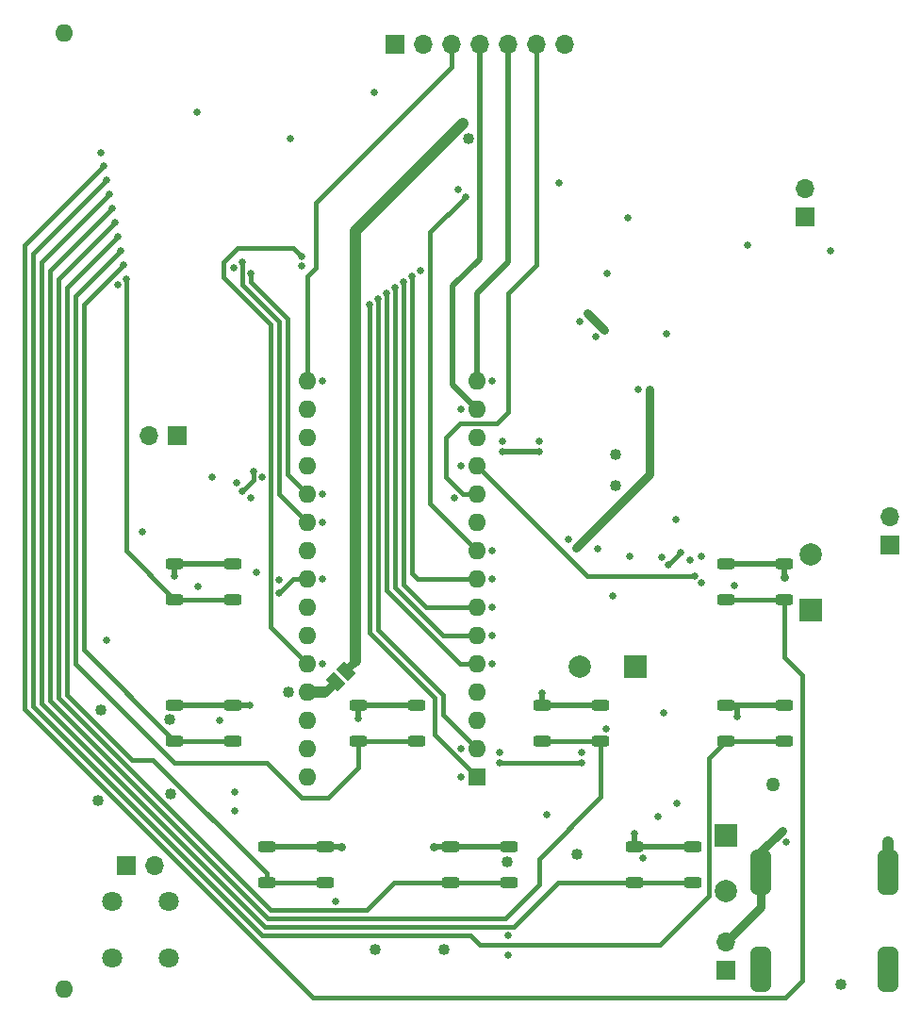
<source format=gbl>
G04 #@! TF.GenerationSoftware,KiCad,Pcbnew,7.0.8*
G04 #@! TF.CreationDate,2023-10-08T14:36:17-06:00*
G04 #@! TF.ProjectId,metal detector test,6d657461-6c20-4646-9574-6563746f7220,V2*
G04 #@! TF.SameCoordinates,Original*
G04 #@! TF.FileFunction,Copper,L4,Bot*
G04 #@! TF.FilePolarity,Positive*
%FSLAX46Y46*%
G04 Gerber Fmt 4.6, Leading zero omitted, Abs format (unit mm)*
G04 Created by KiCad (PCBNEW 7.0.8) date 2023-10-08 14:36:17*
%MOMM*%
%LPD*%
G01*
G04 APERTURE LIST*
G04 Aperture macros list*
%AMRoundRect*
0 Rectangle with rounded corners*
0 $1 Rounding radius*
0 $2 $3 $4 $5 $6 $7 $8 $9 X,Y pos of 4 corners*
0 Add a 4 corners polygon primitive as box body*
4,1,4,$2,$3,$4,$5,$6,$7,$8,$9,$2,$3,0*
0 Add four circle primitives for the rounded corners*
1,1,$1+$1,$2,$3*
1,1,$1+$1,$4,$5*
1,1,$1+$1,$6,$7*
1,1,$1+$1,$8,$9*
0 Add four rect primitives between the rounded corners*
20,1,$1+$1,$2,$3,$4,$5,0*
20,1,$1+$1,$4,$5,$6,$7,0*
20,1,$1+$1,$6,$7,$8,$9,0*
20,1,$1+$1,$8,$9,$2,$3,0*%
%AMRotRect*
0 Rectangle, with rotation*
0 The origin of the aperture is its center*
0 $1 length*
0 $2 width*
0 $3 Rotation angle, in degrees counterclockwise*
0 Add horizontal line*
21,1,$1,$2,0,0,$3*%
G04 Aperture macros list end*
G04 #@! TA.AperFunction,SMDPad,CuDef*
%ADD10RotRect,1.000000X1.500000X45.000000*%
G04 #@! TD*
G04 #@! TA.AperFunction,ComponentPad*
%ADD11O,1.600000X1.600000*%
G04 #@! TD*
G04 #@! TA.AperFunction,ComponentPad*
%ADD12C,1.800000*%
G04 #@! TD*
G04 #@! TA.AperFunction,ComponentPad*
%ADD13R,2.000000X2.000000*%
G04 #@! TD*
G04 #@! TA.AperFunction,ComponentPad*
%ADD14C,2.000000*%
G04 #@! TD*
G04 #@! TA.AperFunction,ComponentPad*
%ADD15R,1.700000X1.700000*%
G04 #@! TD*
G04 #@! TA.AperFunction,ComponentPad*
%ADD16O,1.700000X1.700000*%
G04 #@! TD*
G04 #@! TA.AperFunction,ComponentPad*
%ADD17R,1.600000X1.600000*%
G04 #@! TD*
G04 #@! TA.AperFunction,SMDPad,CuDef*
%ADD18RoundRect,0.250000X0.525000X0.250000X-0.525000X0.250000X-0.525000X-0.250000X0.525000X-0.250000X0*%
G04 #@! TD*
G04 #@! TA.AperFunction,SMDPad,CuDef*
%ADD19RoundRect,0.450000X-0.450000X-1.550000X0.450000X-1.550000X0.450000X1.550000X-0.450000X1.550000X0*%
G04 #@! TD*
G04 #@! TA.AperFunction,ViaPad*
%ADD20C,0.660400*%
G04 #@! TD*
G04 #@! TA.AperFunction,ViaPad*
%ADD21C,1.016000*%
G04 #@! TD*
G04 #@! TA.AperFunction,ViaPad*
%ADD22C,1.270000*%
G04 #@! TD*
G04 #@! TA.AperFunction,Conductor*
%ADD23C,0.762000*%
G04 #@! TD*
G04 #@! TA.AperFunction,Conductor*
%ADD24C,0.508000*%
G04 #@! TD*
G04 #@! TA.AperFunction,Conductor*
%ADD25C,1.016000*%
G04 #@! TD*
G04 #@! TA.AperFunction,Conductor*
%ADD26C,0.381000*%
G04 #@! TD*
G04 APERTURE END LIST*
D10*
X28496381Y-59768619D03*
X29415619Y-58849381D03*
D11*
X4064000Y-1524000D03*
X4064000Y-87376000D03*
D12*
X8382000Y-79502000D03*
X13462000Y-79502000D03*
X13462000Y-84582000D03*
X8382000Y-84582000D03*
D13*
X63500000Y-73578323D03*
D14*
X63500000Y-78578323D03*
D15*
X14270000Y-37660500D03*
D16*
X11730000Y-37660500D03*
D15*
X9688000Y-76268500D03*
D16*
X12228000Y-76268500D03*
D13*
X71120000Y-53320077D03*
D14*
X71120000Y-48320077D03*
D15*
X63500000Y-85725000D03*
D16*
X63500000Y-83185000D03*
D17*
X41148000Y-68326000D03*
D11*
X41148000Y-65786000D03*
X41148000Y-63246000D03*
X41148000Y-60706000D03*
X41148000Y-58166000D03*
X41148000Y-55626000D03*
X41148000Y-53086000D03*
X41148000Y-50546000D03*
X41148000Y-48006000D03*
X41148000Y-45466000D03*
X41148000Y-42926000D03*
X41148000Y-40386000D03*
X41148000Y-37846000D03*
X41148000Y-35306000D03*
X41148000Y-32766000D03*
X25908000Y-32766000D03*
X25908000Y-35306000D03*
X25908000Y-37846000D03*
X25908000Y-40386000D03*
X25908000Y-42926000D03*
X25908000Y-45466000D03*
X25908000Y-48006000D03*
X25908000Y-50546000D03*
X25908000Y-53086000D03*
X25908000Y-55626000D03*
X25908000Y-58166000D03*
X25908000Y-60706000D03*
X25908000Y-63246000D03*
X25908000Y-65786000D03*
X25908000Y-68326000D03*
D15*
X70612000Y-18034000D03*
D16*
X70612000Y-15494000D03*
D15*
X78232000Y-47503000D03*
D16*
X78232000Y-44963000D03*
D13*
X55453677Y-58420000D03*
D14*
X50453677Y-58420000D03*
D18*
X27517000Y-74600000D03*
X22267000Y-74600000D03*
X27517000Y-77800000D03*
X22267000Y-77800000D03*
X35772000Y-61900000D03*
X30522000Y-61900000D03*
X35772000Y-65100000D03*
X30522000Y-65100000D03*
X44027000Y-74600000D03*
X38777000Y-74600000D03*
X44027000Y-77800000D03*
X38777000Y-77800000D03*
D19*
X66690000Y-76880000D03*
X78090000Y-76880000D03*
X78090000Y-85580000D03*
X66690000Y-85580000D03*
D15*
X33782000Y-2514600D03*
D16*
X36322000Y-2514600D03*
X38862000Y-2514600D03*
X41402000Y-2514600D03*
X43942000Y-2514600D03*
X46482000Y-2514600D03*
X49022000Y-2514600D03*
D18*
X19262000Y-61900000D03*
X14012000Y-61900000D03*
X19262000Y-65100000D03*
X14012000Y-65100000D03*
X60537000Y-74600000D03*
X55287000Y-74600000D03*
X60537000Y-77800000D03*
X55287000Y-77800000D03*
X68792000Y-49200000D03*
X63542000Y-49200000D03*
X68792000Y-52400000D03*
X63542000Y-52400000D03*
X19262000Y-49200000D03*
X14012000Y-49200000D03*
X19262000Y-52400000D03*
X14012000Y-52400000D03*
X52282000Y-61900000D03*
X47032000Y-61900000D03*
X52282000Y-65100000D03*
X47032000Y-65100000D03*
X68792000Y-61900000D03*
X63542000Y-61900000D03*
X68792000Y-65100000D03*
X63542000Y-65100000D03*
D20*
X31978600Y-6858000D03*
X24384000Y-11049000D03*
X27305000Y-42926000D03*
X18084800Y-63296800D03*
X20828000Y-43307000D03*
X68783200Y-50393600D03*
X20802600Y-61899800D03*
X43942000Y-84302600D03*
X30530800Y-63068200D03*
X52044600Y-47879000D03*
X50419000Y-27432000D03*
X53416200Y-52070000D03*
D21*
X38252400Y-83820000D03*
D20*
X57759600Y-48641000D03*
X49403000Y-46990000D03*
X47447200Y-71704200D03*
X28448000Y-79502000D03*
X64592200Y-62941200D03*
X39116000Y-43307000D03*
X43180000Y-66167000D03*
X54940200Y-48488600D03*
X19405600Y-71424800D03*
X72898000Y-21082000D03*
X61341000Y-50927000D03*
X17424400Y-41402000D03*
X42545000Y-48006000D03*
X21386800Y-49987200D03*
X19405600Y-69697600D03*
D21*
X13665200Y-69900800D03*
X43891200Y-75946000D03*
D20*
X52832000Y-23114000D03*
X42545000Y-55626000D03*
X61341000Y-48514000D03*
X39751000Y-40386000D03*
X68961000Y-74168000D03*
X19304000Y-22606000D03*
X57912000Y-62585600D03*
X55295800Y-73456800D03*
X39751000Y-65786000D03*
X55626000Y-33528000D03*
D21*
X78105000Y-74168000D03*
D20*
X39497000Y-15621000D03*
X56083200Y-75641200D03*
X46736000Y-38227000D03*
X21844000Y-41402000D03*
X27305000Y-32766000D03*
X25400000Y-22479000D03*
D21*
X50139600Y-75285600D03*
X7112000Y-70426500D03*
D20*
X14020800Y-50342800D03*
X54737000Y-18161000D03*
X47040800Y-60782200D03*
X58166000Y-28575000D03*
X50546000Y-66167000D03*
X7899400Y-56083200D03*
X48514000Y-14986000D03*
X29032200Y-74599800D03*
X27305000Y-50546000D03*
X43434000Y-38227000D03*
X60325000Y-48895000D03*
X16002000Y-8636000D03*
X39751000Y-68326000D03*
X65510500Y-20552500D03*
X59029600Y-45212000D03*
X23368000Y-50673000D03*
X42545000Y-53086000D03*
X51816000Y-28829000D03*
X43967400Y-82575400D03*
X59156600Y-70739000D03*
X19558000Y-41910000D03*
D21*
X7366000Y-62298500D03*
D20*
X27305000Y-58166000D03*
X42545000Y-58166000D03*
X42545000Y-32766000D03*
D21*
X40386000Y-11049000D03*
D20*
X42545000Y-50546000D03*
D21*
X32029400Y-83820000D03*
D20*
X64262000Y-51181000D03*
X37261800Y-74599800D03*
D21*
X73888600Y-86944200D03*
D20*
X52781200Y-64058800D03*
X36068000Y-22860000D03*
X8890000Y-24130000D03*
D21*
X13614400Y-63144400D03*
D20*
X57429400Y-71907400D03*
D21*
X24257000Y-60706000D03*
D20*
X27305000Y-45466000D03*
D21*
X53594000Y-39370000D03*
X53594000Y-42164000D03*
D20*
X16129000Y-51231800D03*
D22*
X67767200Y-68986400D03*
D20*
X39751000Y-35306000D03*
X7366000Y-12319000D03*
X11099800Y-46355000D03*
X52578000Y-28194000D03*
X56642000Y-33528000D03*
X51054000Y-26670000D03*
X50038000Y-47752000D03*
X43180000Y-67056000D03*
X50546000Y-67056000D03*
X40132000Y-16256000D03*
X68580000Y-73152000D03*
X25400000Y-21590000D03*
X20828000Y-23114000D03*
X43434000Y-39116000D03*
X46736000Y-39116000D03*
X8128000Y-16002000D03*
X8382000Y-17272000D03*
X8636000Y-18542000D03*
X8890000Y-19812000D03*
X9144000Y-21082000D03*
X9398000Y-22352000D03*
X35306000Y-23368000D03*
X34544000Y-23876000D03*
X33782000Y-24384000D03*
X33020000Y-24892000D03*
X32258000Y-25400000D03*
X31496000Y-25908000D03*
X60706000Y-50292000D03*
X20066000Y-22098000D03*
X9652000Y-23622000D03*
X58369200Y-49326800D03*
X59486800Y-48209200D03*
X20066000Y-42672000D03*
X21082000Y-40894000D03*
D21*
X39878000Y-9652000D03*
D20*
X23368000Y-51816000D03*
X7620000Y-13462000D03*
X7874000Y-14732000D03*
D23*
X29415619Y-58722381D02*
X30226000Y-57912000D01*
X29415619Y-58849381D02*
X29415619Y-58722381D01*
X27559000Y-60706000D02*
X27432000Y-60706000D01*
X28496381Y-59768619D02*
X27559000Y-60706000D01*
D24*
X14012000Y-50334000D02*
X14020800Y-50342800D01*
X47032000Y-60791000D02*
X47040800Y-60782200D01*
D23*
X37262000Y-74600000D02*
X37261800Y-74599800D01*
D24*
X47032000Y-61900000D02*
X47032000Y-60791000D01*
D23*
X29032000Y-74600000D02*
X29032200Y-74599800D01*
X68792000Y-50384800D02*
X68783200Y-50393600D01*
D24*
X68792000Y-49200000D02*
X63542000Y-49200000D01*
X27517000Y-74600000D02*
X29032000Y-74600000D01*
X20802400Y-61900000D02*
X20802600Y-61899800D01*
X52282000Y-61900000D02*
X47032000Y-61900000D01*
X35772000Y-61900000D02*
X30522000Y-61900000D01*
X19262000Y-61900000D02*
X14012000Y-61900000D01*
X30522000Y-63059400D02*
X30530800Y-63068200D01*
X38777000Y-74600000D02*
X37262000Y-74600000D01*
D25*
X78090000Y-76880000D02*
X78090000Y-74183000D01*
D24*
X68792000Y-49200000D02*
X68792000Y-50384800D01*
X64592200Y-61900000D02*
X68792000Y-61900000D01*
X19262000Y-49200000D02*
X14012000Y-49200000D01*
X63542000Y-61900000D02*
X64592200Y-61900000D01*
D23*
X78090000Y-74183000D02*
X78105000Y-74168000D01*
D24*
X55287000Y-74600000D02*
X55287000Y-73465600D01*
X44027000Y-74600000D02*
X38777000Y-74600000D01*
X14012000Y-49200000D02*
X14012000Y-50334000D01*
X55287000Y-73465600D02*
X55295800Y-73456800D01*
X19262000Y-61900000D02*
X20802400Y-61900000D01*
X30522000Y-61900000D02*
X30522000Y-63059400D01*
X27517000Y-74600000D02*
X22267000Y-74600000D01*
X64592200Y-61900000D02*
X64592200Y-62941200D01*
X60537000Y-74600000D02*
X55287000Y-74600000D01*
D23*
X52578000Y-28194000D02*
X51054000Y-26670000D01*
X56642000Y-41148000D02*
X50038000Y-47752000D01*
X56642000Y-33528000D02*
X56642000Y-41148000D01*
D26*
X43180000Y-67056000D02*
X50546000Y-67056000D01*
X26670000Y-16764000D02*
X26670000Y-22606000D01*
X38862000Y-2514600D02*
X38862000Y-4572000D01*
X38862000Y-4572000D02*
X26670000Y-16764000D01*
X26670000Y-22606000D02*
X25908000Y-23368000D01*
X25908000Y-23368000D02*
X25908000Y-32766000D01*
D24*
X41402000Y-21844000D02*
X38989000Y-24257000D01*
X41402000Y-2514600D02*
X41402000Y-21844000D01*
X38989000Y-33147000D02*
X38989000Y-24257000D01*
X41148000Y-35306000D02*
X38989000Y-33147000D01*
X43942000Y-22098000D02*
X41148000Y-24892000D01*
X41148000Y-24892000D02*
X41148000Y-32766000D01*
X43942000Y-2514600D02*
X43942000Y-22098000D01*
D26*
X43942000Y-35560000D02*
X42926000Y-36576000D01*
X46482000Y-2514600D02*
X46482000Y-22352000D01*
X39624000Y-36576000D02*
X38354000Y-37846000D01*
X46482000Y-22352000D02*
X43942000Y-24892000D01*
X38354000Y-41402000D02*
X39878000Y-42926000D01*
X39878000Y-42926000D02*
X41148000Y-42926000D01*
X38354000Y-37846000D02*
X38354000Y-41402000D01*
X43942000Y-24892000D02*
X43942000Y-35560000D01*
X42926000Y-36576000D02*
X39624000Y-36576000D01*
X41148000Y-48006000D02*
X36957000Y-43815000D01*
X36957000Y-19431000D02*
X40132000Y-16256000D01*
X36957000Y-43815000D02*
X36957000Y-19431000D01*
D23*
X66690000Y-76880000D02*
X66690000Y-75042000D01*
X63500000Y-83185000D02*
X66690000Y-79995000D01*
X66690000Y-75042000D02*
X68580000Y-73152000D01*
X66690000Y-79995000D02*
X66690000Y-76880000D01*
D26*
X22606000Y-27686000D02*
X18415000Y-23495000D01*
X19685000Y-20828000D02*
X24638000Y-20828000D01*
X25908000Y-58166000D02*
X22606000Y-54864000D01*
X18415000Y-23495000D02*
X18415000Y-22098000D01*
X18415000Y-22098000D02*
X19685000Y-20828000D01*
X24638000Y-20828000D02*
X25400000Y-21590000D01*
X22606000Y-54864000D02*
X22606000Y-27686000D01*
X24130000Y-28194000D02*
X24130000Y-27178000D01*
X24130000Y-41148000D02*
X24130000Y-28194000D01*
X24130000Y-27178000D02*
X21844000Y-24892000D01*
X25908000Y-42926000D02*
X24130000Y-41148000D01*
X20828000Y-23876000D02*
X20828000Y-23114000D01*
X21844000Y-24892000D02*
X20828000Y-23876000D01*
D24*
X46736000Y-39116000D02*
X43434000Y-39116000D01*
D26*
X2032000Y-61722000D02*
X22098000Y-81788000D01*
X48438000Y-77800000D02*
X55287000Y-77800000D01*
X22098000Y-81788000D02*
X44450000Y-81788000D01*
X8128000Y-16002000D02*
X2032000Y-22098000D01*
X44450000Y-81788000D02*
X48438000Y-77800000D01*
X60537000Y-77800000D02*
X55287000Y-77800000D01*
X2032000Y-22098000D02*
X2032000Y-61722000D01*
X2794000Y-22860000D02*
X8382000Y-17272000D01*
X52282000Y-70146000D02*
X46736000Y-75692000D01*
X27686000Y-81026000D02*
X22352000Y-81026000D01*
X43688000Y-81026000D02*
X27686000Y-81026000D01*
X19558000Y-78232000D02*
X2794000Y-61468000D01*
X52282000Y-65100000D02*
X52282000Y-70146000D01*
X2794000Y-61468000D02*
X2794000Y-58674000D01*
X22352000Y-81026000D02*
X19558000Y-78232000D01*
X2794000Y-58674000D02*
X2794000Y-22860000D01*
X52282000Y-65100000D02*
X47032000Y-65100000D01*
X46736000Y-75692000D02*
X46736000Y-77978000D01*
X46736000Y-77978000D02*
X43688000Y-81026000D01*
X3556000Y-23622000D02*
X8636000Y-18542000D01*
X14224000Y-71882000D02*
X3556000Y-61214000D01*
X31242000Y-80264000D02*
X22606000Y-80264000D01*
X3556000Y-57404000D02*
X3556000Y-23622000D01*
X3556000Y-61214000D02*
X3556000Y-57404000D01*
X38777000Y-77800000D02*
X33706000Y-77800000D01*
X22606000Y-80264000D02*
X14224000Y-71882000D01*
X33706000Y-77800000D02*
X31242000Y-80264000D01*
X44027000Y-77800000D02*
X38777000Y-77800000D01*
X10160000Y-66802000D02*
X4318000Y-60960000D01*
X4318000Y-60960000D02*
X4318000Y-24384000D01*
X22267000Y-77004000D02*
X12065000Y-66802000D01*
X4318000Y-24384000D02*
X8890000Y-19812000D01*
X27517000Y-77800000D02*
X22267000Y-77800000D01*
X22267000Y-77800000D02*
X22267000Y-77004000D01*
X12065000Y-66802000D02*
X10160000Y-66802000D01*
X27838400Y-70205600D02*
X30522000Y-67522000D01*
X13970000Y-67056000D02*
X22301200Y-67056000D01*
X5080000Y-58166000D02*
X13970000Y-67056000D01*
X30522000Y-67522000D02*
X30522000Y-65100000D01*
X35772000Y-65100000D02*
X30522000Y-65100000D01*
X9144000Y-21082000D02*
X5080000Y-25146000D01*
X5080000Y-25146000D02*
X5080000Y-58166000D01*
X25450800Y-70205600D02*
X27838400Y-70205600D01*
X22301200Y-67056000D02*
X25450800Y-70205600D01*
X5842000Y-25908000D02*
X5842000Y-56930000D01*
X5842000Y-56930000D02*
X14012000Y-65100000D01*
X9398000Y-22352000D02*
X5842000Y-25908000D01*
X19262000Y-65100000D02*
X14012000Y-65100000D01*
X41148000Y-50546000D02*
X35814000Y-50546000D01*
X35814000Y-50546000D02*
X35306000Y-50038000D01*
X35306000Y-50038000D02*
X35306000Y-23368000D01*
X34544000Y-51054000D02*
X34544000Y-23876000D01*
X41148000Y-53086000D02*
X36576000Y-53086000D01*
X36576000Y-53086000D02*
X34544000Y-51054000D01*
X38100000Y-55626000D02*
X33782000Y-51308000D01*
X33782000Y-51308000D02*
X33782000Y-24384000D01*
X41148000Y-55626000D02*
X38100000Y-55626000D01*
X39624000Y-58166000D02*
X33020000Y-51562000D01*
X33020000Y-51562000D02*
X33020000Y-24892000D01*
X41148000Y-58166000D02*
X39624000Y-58166000D01*
X38100000Y-60960000D02*
X38100000Y-62738000D01*
X38100000Y-62738000D02*
X41148000Y-65786000D01*
X32258000Y-55118000D02*
X38100000Y-60960000D01*
X32258000Y-25400000D02*
X32258000Y-55118000D01*
X37338000Y-61214000D02*
X37338000Y-64516000D01*
X31496000Y-55372000D02*
X37338000Y-61214000D01*
X37338000Y-64516000D02*
X41148000Y-68326000D01*
X31496000Y-25908000D02*
X31496000Y-55372000D01*
X41148000Y-40386000D02*
X51054000Y-50292000D01*
X51054000Y-50292000D02*
X60706000Y-50292000D01*
X23368000Y-33528000D02*
X23368000Y-27432000D01*
X23368000Y-27432000D02*
X21844000Y-25908000D01*
X23368000Y-42926000D02*
X23368000Y-33528000D01*
X21844000Y-25908000D02*
X20066000Y-24130000D01*
X25908000Y-45466000D02*
X23368000Y-42926000D01*
X20066000Y-24130000D02*
X20066000Y-22098000D01*
X9652000Y-23622000D02*
X9652000Y-48040000D01*
X19262000Y-52400000D02*
X14012000Y-52400000D01*
X9652000Y-48040000D02*
X14012000Y-52400000D01*
X59486800Y-48209200D02*
X58369200Y-49326800D01*
X21082000Y-41656000D02*
X21082000Y-40894000D01*
X20066000Y-42672000D02*
X21082000Y-41656000D01*
D25*
X39878000Y-9652000D02*
X30226000Y-19304000D01*
X30226000Y-19304000D02*
X30226000Y-57912000D01*
X27432000Y-60706000D02*
X25908000Y-60706000D01*
D26*
X24638000Y-50546000D02*
X23368000Y-51816000D01*
X25908000Y-50546000D02*
X24638000Y-50546000D01*
X7620000Y-13462000D02*
X508000Y-20574000D01*
X68834000Y-88138000D02*
X70358000Y-86614000D01*
X68792000Y-57616000D02*
X68792000Y-52400000D01*
X70358000Y-86614000D02*
X70358000Y-59182000D01*
X508000Y-62230000D02*
X26416000Y-88138000D01*
X68792000Y-52400000D02*
X63542000Y-52400000D01*
X26416000Y-88138000D02*
X68834000Y-88138000D01*
X70358000Y-59182000D02*
X68792000Y-57616000D01*
X508000Y-20574000D02*
X508000Y-62230000D01*
X38100000Y-82550000D02*
X21844000Y-82550000D01*
X58420000Y-82550000D02*
X57581800Y-83388200D01*
X40589200Y-82550000D02*
X38100000Y-82550000D01*
X61976000Y-66666000D02*
X63542000Y-65100000D01*
X58420000Y-82550000D02*
X61976000Y-78994000D01*
X1270000Y-21336000D02*
X1270000Y-61976000D01*
X40792400Y-82753200D02*
X40589200Y-82550000D01*
X1270000Y-61976000D02*
X21844000Y-82550000D01*
X61976000Y-78994000D02*
X61976000Y-66666000D01*
X41427400Y-83388200D02*
X40792400Y-82753200D01*
X57581800Y-83388200D02*
X41986200Y-83388200D01*
X7874000Y-14732000D02*
X1270000Y-21336000D01*
X68792000Y-65100000D02*
X63542000Y-65100000D01*
X41986200Y-83388200D02*
X41427400Y-83388200D01*
M02*

</source>
